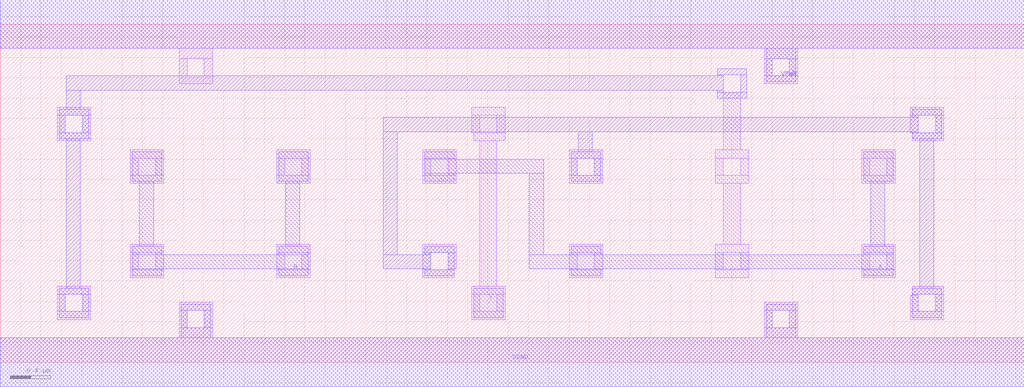
<source format=lef>
VERSION 5.7 ;
  NOWIREEXTENSIONATPIN ON ;
  DIVIDERCHAR "/" ;
  BUSBITCHARS "[]" ;
MACRO XNOR2X1
  CLASS CORE ;
  FOREIGN XNOR2X1 ;
  ORIGIN 0.000 0.000 ;
  SIZE 10.080 BY 3.330 ;
  SYMMETRY X Y R90 ;
  SITE unit ;
  PIN VPWR
    DIRECTION INOUT ;
    USE POWER ;
    SHAPE ABUTMENT ;
    PORT
      LAYER met1 ;
        RECT 0.000 3.090 10.080 3.570 ;
        RECT 7.540 2.990 7.830 3.090 ;
        RECT 7.540 2.820 7.600 2.990 ;
        RECT 7.770 2.820 7.830 2.990 ;
        RECT 7.540 2.760 7.830 2.820 ;
    END
    PORT
      LAYER li1 ;
        RECT 0.000 3.090 10.080 3.570 ;
        RECT 1.760 2.990 2.090 3.090 ;
        RECT 1.760 2.820 1.840 2.990 ;
        RECT 2.010 2.820 2.090 2.990 ;
        RECT 1.760 2.740 2.090 2.820 ;
        RECT 7.520 2.990 7.850 3.090 ;
        RECT 7.520 2.820 7.600 2.990 ;
        RECT 7.770 2.820 7.850 2.990 ;
        RECT 7.520 2.740 7.850 2.820 ;
    END
  END VPWR
  PIN VGND
    DIRECTION INOUT ;
    USE GROUND ;
    SHAPE ABUTMENT ;
    PORT
      LAYER met1 ;
        RECT 1.780 0.510 2.070 0.570 ;
        RECT 1.780 0.340 1.840 0.510 ;
        RECT 2.010 0.340 2.070 0.510 ;
        RECT 1.780 0.240 2.070 0.340 ;
        RECT 7.540 0.510 7.830 0.570 ;
        RECT 7.540 0.340 7.600 0.510 ;
        RECT 7.770 0.340 7.830 0.510 ;
        RECT 7.540 0.240 7.830 0.340 ;
        RECT 0.000 -0.240 10.080 0.240 ;
    END
    PORT
      LAYER li1 ;
        RECT 1.760 0.510 2.090 0.590 ;
        RECT 1.760 0.340 1.840 0.510 ;
        RECT 2.010 0.340 2.090 0.510 ;
        RECT 1.760 0.240 2.090 0.340 ;
        RECT 7.520 0.510 7.850 0.590 ;
        RECT 7.520 0.340 7.600 0.510 ;
        RECT 7.770 0.340 7.850 0.510 ;
        RECT 7.520 0.240 7.850 0.340 ;
        RECT 0.000 -0.240 10.080 0.240 ;
    END
  END VGND
  PIN Y
    DIRECTION INOUT ;
    USE SIGNAL ;
    SHAPE ABUTMENT ;
    PORT
      LAYER met1 ;
        RECT 4.660 0.440 4.950 0.730 ;
    END
  END Y
  PIN B
    DIRECTION INOUT ;
    USE SIGNAL ;
    SHAPE ABUTMENT ;
    PORT
      LAYER met1 ;
        RECT 1.300 1.780 1.590 2.070 ;
        RECT 2.740 1.780 3.030 2.070 ;
        RECT 1.370 1.140 1.510 1.780 ;
        RECT 2.810 1.140 2.950 1.780 ;
        RECT 1.300 1.060 1.590 1.140 ;
        RECT 2.740 1.060 3.030 1.140 ;
        RECT 1.300 0.920 3.030 1.060 ;
        RECT 1.300 0.850 1.590 0.920 ;
        RECT 2.740 0.850 3.030 0.920 ;
    END
  END B
  PIN A
    DIRECTION INOUT ;
    USE SIGNAL ;
    SHAPE ABUTMENT ;
    PORT
      LAYER met1 ;
        RECT 4.180 2.000 4.470 2.070 ;
        RECT 4.180 1.860 5.350 2.000 ;
        RECT 4.180 1.780 4.470 1.860 ;
        RECT 5.210 1.060 5.350 1.860 ;
        RECT 8.500 1.780 8.790 2.070 ;
        RECT 8.570 1.140 8.710 1.780 ;
        RECT 5.620 1.060 5.910 1.140 ;
        RECT 8.500 1.060 8.790 1.140 ;
        RECT 5.210 0.920 8.790 1.060 ;
        RECT 5.620 0.850 5.910 0.920 ;
        RECT 8.500 0.850 8.790 0.920 ;
    END
  END A
  OBS
      LAYER li1 ;
        RECT 0.560 2.430 0.890 2.510 ;
        RECT 0.560 2.260 0.640 2.430 ;
        RECT 0.810 2.260 0.890 2.430 ;
        RECT 4.640 2.430 4.970 2.510 ;
        RECT 4.640 2.260 4.720 2.430 ;
        RECT 4.890 2.260 4.970 2.430 ;
        RECT 0.560 2.180 0.890 2.260 ;
        RECT 4.660 2.180 4.970 2.260 ;
        RECT 1.280 2.010 1.610 2.090 ;
        RECT 1.280 1.840 1.360 2.010 ;
        RECT 1.530 1.840 1.610 2.010 ;
        RECT 1.280 1.760 1.610 1.840 ;
        RECT 2.720 2.010 3.050 2.090 ;
        RECT 2.720 1.840 2.800 2.010 ;
        RECT 2.970 1.840 3.050 2.010 ;
        RECT 2.720 1.760 3.050 1.840 ;
        RECT 4.160 2.010 4.490 2.090 ;
        RECT 4.160 1.840 4.240 2.010 ;
        RECT 4.410 1.840 4.490 2.010 ;
        RECT 4.160 1.760 4.490 1.840 ;
        RECT 1.280 1.080 1.610 1.160 ;
        RECT 1.280 0.910 1.360 1.080 ;
        RECT 1.530 0.910 1.610 1.080 ;
        RECT 1.280 0.830 1.610 0.910 ;
        RECT 2.720 1.080 3.050 1.160 ;
        RECT 2.720 0.910 2.800 1.080 ;
        RECT 2.970 0.910 3.050 1.080 ;
        RECT 2.720 0.830 3.050 0.910 ;
        RECT 4.160 1.080 4.490 1.160 ;
        RECT 4.160 0.910 4.240 1.080 ;
        RECT 4.410 0.920 4.490 1.080 ;
        RECT 4.410 0.910 4.470 0.920 ;
        RECT 4.160 0.830 4.470 0.910 ;
        RECT 4.720 0.750 4.890 2.180 ;
        RECT 7.120 2.090 7.290 2.660 ;
        RECT 8.960 2.430 9.290 2.510 ;
        RECT 8.960 2.260 9.040 2.430 ;
        RECT 9.210 2.260 9.290 2.430 ;
        RECT 8.980 2.180 9.290 2.260 ;
        RECT 5.600 2.010 5.930 2.090 ;
        RECT 5.600 1.840 5.680 2.010 ;
        RECT 5.850 1.840 5.930 2.010 ;
        RECT 5.600 1.760 5.930 1.840 ;
        RECT 7.040 2.010 7.370 2.090 ;
        RECT 7.040 1.840 7.120 2.010 ;
        RECT 7.290 1.840 7.370 2.010 ;
        RECT 7.040 1.760 7.370 1.840 ;
        RECT 8.480 2.010 8.810 2.090 ;
        RECT 8.480 1.840 8.560 2.010 ;
        RECT 8.730 1.840 8.810 2.010 ;
        RECT 8.480 1.760 8.810 1.840 ;
        RECT 7.120 1.160 7.290 1.760 ;
        RECT 5.600 1.080 5.930 1.160 ;
        RECT 5.600 0.910 5.680 1.080 ;
        RECT 5.850 0.910 5.930 1.080 ;
        RECT 5.600 0.830 5.930 0.910 ;
        RECT 7.040 1.080 7.370 1.160 ;
        RECT 7.040 0.910 7.120 1.080 ;
        RECT 7.290 0.910 7.370 1.080 ;
        RECT 7.040 0.830 7.370 0.910 ;
        RECT 8.480 1.080 8.810 1.160 ;
        RECT 8.480 0.910 8.560 1.080 ;
        RECT 8.730 0.910 8.810 1.080 ;
        RECT 8.480 0.830 8.810 0.910 ;
        RECT 0.560 0.670 0.890 0.750 ;
        RECT 0.560 0.500 0.640 0.670 ;
        RECT 0.810 0.500 0.890 0.670 ;
        RECT 0.560 0.420 0.890 0.500 ;
        RECT 4.640 0.670 4.970 0.750 ;
        RECT 4.640 0.500 4.720 0.670 ;
        RECT 4.890 0.500 4.970 0.670 ;
        RECT 8.980 0.670 9.290 0.750 ;
        RECT 8.980 0.660 9.040 0.670 ;
        RECT 4.640 0.420 4.970 0.500 ;
        RECT 8.960 0.500 9.040 0.660 ;
        RECT 9.210 0.500 9.290 0.670 ;
        RECT 8.960 0.420 9.290 0.500 ;
      LAYER met1 ;
        RECT 7.060 2.830 7.350 2.890 ;
        RECT 7.060 2.820 7.120 2.830 ;
        RECT 0.650 2.680 7.120 2.820 ;
        RECT 0.650 2.490 0.790 2.680 ;
        RECT 7.060 2.660 7.120 2.680 ;
        RECT 7.290 2.660 7.350 2.830 ;
        RECT 7.060 2.600 7.350 2.660 ;
        RECT 0.580 2.430 0.870 2.490 ;
        RECT 0.580 2.260 0.640 2.430 ;
        RECT 0.810 2.260 0.870 2.430 ;
        RECT 8.980 2.430 9.270 2.490 ;
        RECT 8.980 2.410 9.040 2.430 ;
        RECT 0.580 2.200 0.870 2.260 ;
        RECT 3.770 2.270 9.040 2.410 ;
        RECT 0.650 0.730 0.790 2.200 ;
        RECT 3.770 1.060 3.910 2.270 ;
        RECT 5.690 2.070 5.830 2.270 ;
        RECT 8.980 2.260 9.040 2.270 ;
        RECT 9.210 2.260 9.270 2.430 ;
        RECT 8.980 2.200 9.270 2.260 ;
        RECT 5.620 2.010 5.910 2.070 ;
        RECT 5.620 1.840 5.680 2.010 ;
        RECT 5.850 1.840 5.910 2.010 ;
        RECT 5.620 1.780 5.910 1.840 ;
        RECT 4.180 1.080 4.470 1.140 ;
        RECT 4.180 1.060 4.240 1.080 ;
        RECT 3.770 0.920 4.240 1.060 ;
        RECT 4.180 0.910 4.240 0.920 ;
        RECT 4.410 0.910 4.470 1.080 ;
        RECT 4.180 0.850 4.470 0.910 ;
        RECT 9.050 0.730 9.190 2.200 ;
        RECT 0.580 0.670 0.870 0.730 ;
        RECT 0.580 0.500 0.640 0.670 ;
        RECT 0.810 0.500 0.870 0.670 ;
        RECT 0.580 0.440 0.870 0.500 ;
        RECT 8.980 0.670 9.270 0.730 ;
        RECT 8.980 0.500 9.040 0.670 ;
        RECT 9.210 0.500 9.270 0.670 ;
        RECT 8.980 0.440 9.270 0.500 ;
  END
END XNOR2X1
END LIBRARY


</source>
